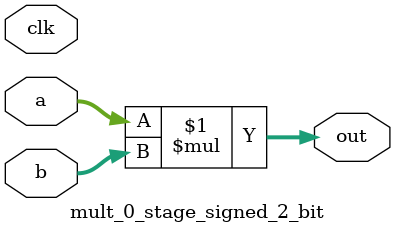
<source format=sv>
(* use_dsp = "yes" *) module mult_0_stage_signed_2_bit(
	input signed [1:0] a,
	input signed [1:0] b,
	output [1:0] out,
	input clk);

	assign out = a * b;
endmodule

</source>
